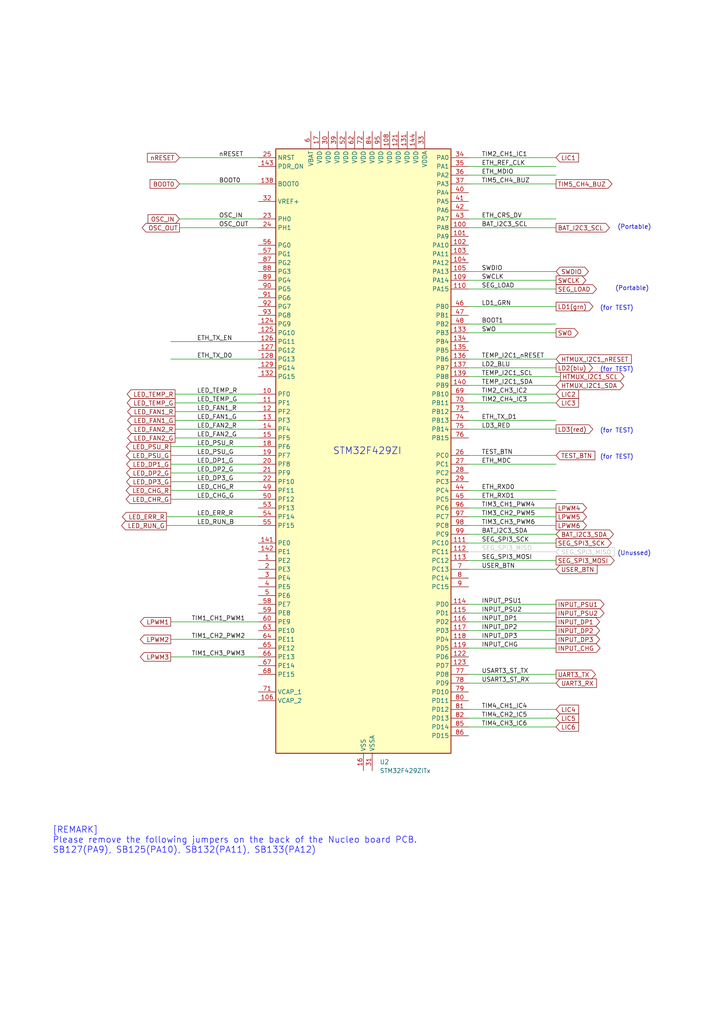
<source format=kicad_sch>
(kicad_sch (version 20230121) (generator eeschema)
  (paper "A4" portrait)
  (title_block (title "[AMDS] MCU Schematic"))
  (lib_symbols
    (symbol "MCU_ST_STM32F4:STM32F429ZITx"
      (property "Reference" "U" (at -25.4 90.17 0))
      (property "Value" "STM32F429ZITx" (at 20.32 90.17 0))
      (symbol "STM32F429ZITx_0_1"
        (rectangle (start -25.4 -86.36) (end 25.4 88.9) (stroke (width 0.254)) (fill (type background)))
      )
      (symbol "STM32F429ZITx_1_1"
        (pin bidirectional line (at -30.48 -30.48 0) (length 5.08) (name "PE2") (number "1"))
        (pin bidirectional line (at -30.48 17.78 0) (length 5.08) (name "PF0") (number "10"))
        (pin bidirectional line (at 30.48 66.04 180) (length 5.08) (name "PA8") (number "100"))
        (pin bidirectional line (at 30.48 63.5 180) (length 5.08) (name "PA9") (number "101"))
        (pin bidirectional line (at 30.48 60.96 180) (length 5.08) (name "PA10") (number "102"))
        (pin bidirectional line (at 30.48 58.42 180) (length 5.08) (name "PA11") (number "103"))
        (pin bidirectional line (at 30.48 55.88 180) (length 5.08) (name "PA12") (number "104"))
        (pin bidirectional line (at 30.48 53.34 180) (length 5.08) (name "PA13") (number "105"))
        (pin power_out line (at -30.48 -71.12 0) (length 5.08) (name "VCAP_2") (number "106"))
        (pin passive line (at 0 -91.44 90) (length 5.08) hide (name "VSS") (number "107"))
        (pin power_in line (at 7.62 93.98 270) (length 5.08) (name "VDD") (number "108"))
        (pin bidirectional line (at 30.48 50.8 180) (length 5.08) (name "PA14") (number "109"))
        (pin bidirectional line (at -30.48 15.24 0) (length 5.08) (name "PF1") (number "11"))
        (pin bidirectional line (at 30.48 48.26 180) (length 5.08) (name "PA15") (number "110"))
        (pin bidirectional line (at 30.48 -25.4 180) (length 5.08) (name "PC10") (number "111"))
        (pin bidirectional line (at 30.48 -27.94 180) (length 5.08) (name "PC11") (number "112"))
        (pin bidirectional line (at 30.48 -30.48 180) (length 5.08) (name "PC12") (number "113"))
        (pin bidirectional line (at 30.48 -43.18 180) (length 5.08) (name "PD0") (number "114"))
        (pin bidirectional line (at 30.48 -45.72 180) (length 5.08) (name "PD1") (number "115"))
        (pin bidirectional line (at 30.48 -48.26 180) (length 5.08) (name "PD2") (number "116"))
        (pin bidirectional line (at 30.48 -50.8 180) (length 5.08) (name "PD3") (number "117"))
        (pin bidirectional line (at 30.48 -53.34 180) (length 5.08) (name "PD4") (number "118"))
        (pin bidirectional line (at 30.48 -55.88 180) (length 5.08) (name "PD5") (number "119"))
        (pin bidirectional line (at -30.48 12.7 0) (length 5.08) (name "PF2") (number "12"))
        (pin passive line (at 0 -91.44 90) (length 5.08) hide (name "VSS") (number "120"))
        (pin power_in line (at 10.16 93.98 270) (length 5.08) (name "VDD") (number "121"))
        (pin bidirectional line (at 30.48 -58.42 180) (length 5.08) (name "PD6") (number "122"))
        (pin bidirectional line (at 30.48 -60.96 180) (length 5.08) (name "PD7") (number "123"))
        (pin bidirectional line (at -30.48 38.1 0) (length 5.08) (name "PG9") (number "124"))
        (pin bidirectional line (at -30.48 35.56 0) (length 5.08) (name "PG10") (number "125"))
        (pin bidirectional line (at -30.48 33.02 0) (length 5.08) (name "PG11") (number "126"))
        (pin bidirectional line (at -30.48 30.48 0) (length 5.08) (name "PG12") (number "127"))
        (pin bidirectional line (at -30.48 27.94 0) (length 5.08) (name "PG13") (number "128"))
        (pin bidirectional line (at -30.48 25.4 0) (length 5.08) (name "PG14") (number "129"))
        (pin bidirectional line (at -30.48 10.16 0) (length 5.08) (name "PF3") (number "13"))
        (pin passive line (at 0 -91.44 90) (length 5.08) hide (name "VSS") (number "130"))
        (pin power_in line (at 12.7 93.98 270) (length 5.08) (name "VDD") (number "131"))
        (pin bidirectional line (at -30.48 22.86 0) (length 5.08) (name "PG15") (number "132"))
        (pin bidirectional line (at 30.48 35.56 180) (length 5.08) (name "PB3") (number "133"))
        (pin bidirectional line (at 30.48 33.02 180) (length 5.08) (name "PB4") (number "134"))
        (pin bidirectional line (at 30.48 30.48 180) (length 5.08) (name "PB5") (number "135"))
        (pin bidirectional line (at 30.48 27.94 180) (length 5.08) (name "PB6") (number "136"))
        (pin bidirectional line (at 30.48 25.4 180) (length 5.08) (name "PB7") (number "137"))
        (pin input line (at -30.48 78.74 0) (length 5.08) (name "BOOT0") (number "138"))
        (pin bidirectional line (at 30.48 22.86 180) (length 5.08) (name "PB8") (number "139"))
        (pin bidirectional line (at -30.48 7.62 0) (length 5.08) (name "PF4") (number "14"))
        (pin bidirectional line (at 30.48 20.32 180) (length 5.08) (name "PB9") (number "140"))
        (pin bidirectional line (at -30.48 -25.4 0) (length 5.08) (name "PE0") (number "141"))
        (pin bidirectional line (at -30.48 -27.94 0) (length 5.08) (name "PE1") (number "142"))
        (pin input line (at -30.48 83.82 0) (length 5.08) (name "PDR_ON") (number "143"))
        (pin power_in line (at 15.24 93.98 270) (length 5.08) (name "VDD") (number "144"))
        (pin bidirectional line (at -30.48 5.08 0) (length 5.08) (name "PF5") (number "15"))
        (pin power_in line (at 0 -91.44 90) (length 5.08) (name "VSS") (number "16"))
        (pin power_in line (at -12.7 93.98 270) (length 5.08) (name "VDD") (number "17"))
        (pin bidirectional line (at -30.48 2.54 0) (length 5.08) (name "PF6") (number "18"))
        (pin bidirectional line (at -30.48 0 0) (length 5.08) (name "PF7") (number "19"))
        (pin bidirectional line (at -30.48 -33.02 0) (length 5.08) (name "PE3") (number "2"))
        (pin bidirectional line (at -30.48 -2.54 0) (length 5.08) (name "PF8") (number "20"))
        (pin bidirectional line (at -30.48 -5.08 0) (length 5.08) (name "PF9") (number "21"))
        (pin bidirectional line (at -30.48 -7.62 0) (length 5.08) (name "PF10") (number "22"))
        (pin bidirectional line (at -30.48 68.58 0) (length 5.08) (name "PH0") (number "23"))
        (pin bidirectional line (at -30.48 66.04 0) (length 5.08) (name "PH1") (number "24"))
        (pin input line (at -30.48 86.36 0) (length 5.08) (name "NRST") (number "25"))
        (pin bidirectional line (at 30.48 0 180) (length 5.08) (name "PC0") (number "26"))
        (pin bidirectional line (at 30.48 -2.54 180) (length 5.08) (name "PC1") (number "27"))
        (pin bidirectional line (at 30.48 -5.08 180) (length 5.08) (name "PC2") (number "28"))
        (pin bidirectional line (at 30.48 -7.62 180) (length 5.08) (name "PC3") (number "29"))
        (pin bidirectional line (at -30.48 -35.56 0) (length 5.08) (name "PE4") (number "3"))
        (pin power_in line (at -10.16 93.98 270) (length 5.08) (name "VDD") (number "30"))
        (pin power_in line (at 2.54 -91.44 90) (length 5.08) (name "VSSA") (number "31"))
        (pin input line (at -30.48 73.66 0) (length 5.08) (name "VREF+") (number "32"))
        (pin power_in line (at 17.78 93.98 270) (length 5.08) (name "VDDA") (number "33"))
        (pin bidirectional line (at 30.48 86.36 180) (length 5.08) (name "PA0") (number "34"))
        (pin bidirectional line (at 30.48 83.82 180) (length 5.08) (name "PA1") (number "35"))
        (pin bidirectional line (at 30.48 81.28 180) (length 5.08) (name "PA2") (number "36"))
        (pin bidirectional line (at 30.48 78.74 180) (length 5.08) (name "PA3") (number "37"))
        (pin passive line (at 0 -91.44 90) (length 5.08) hide (name "VSS") (number "38"))
        (pin power_in line (at -7.62 93.98 270) (length 5.08) (name "VDD") (number "39"))
        (pin bidirectional line (at -30.48 -38.1 0) (length 5.08) (name "PE5") (number "4"))
        (pin bidirectional line (at 30.48 76.2 180) (length 5.08) (name "PA4") (number "40"))
        (pin bidirectional line (at 30.48 73.66 180) (length 5.08) (name "PA5") (number "41"))
        (pin bidirectional line (at 30.48 71.12 180) (length 5.08) (name "PA6") (number "42"))
        (pin bidirectional line (at 30.48 68.58 180) (length 5.08) (name "PA7") (number "43"))
        (pin bidirectional line (at 30.48 -10.16 180) (length 5.08) (name "PC4") (number "44"))
        (pin bidirectional line (at 30.48 -12.7 180) (length 5.08) (name "PC5") (number "45"))
        (pin bidirectional line (at 30.48 43.18 180) (length 5.08) (name "PB0") (number "46"))
        (pin bidirectional line (at 30.48 40.64 180) (length 5.08) (name "PB1") (number "47"))
        (pin bidirectional line (at 30.48 38.1 180) (length 5.08) (name "PB2") (number "48"))
        (pin bidirectional line (at -30.48 -10.16 0) (length 5.08) (name "PF11") (number "49"))
        (pin bidirectional line (at -30.48 -40.64 0) (length 5.08) (name "PE6") (number "5"))
        (pin bidirectional line (at -30.48 -12.7 0) (length 5.08) (name "PF12") (number "50"))
        (pin passive line (at 0 -91.44 90) (length 5.08) hide (name "VSS") (number "51"))
        (pin power_in line (at -5.08 93.98 270) (length 5.08) (name "VDD") (number "52"))
        (pin bidirectional line (at -30.48 -15.24 0) (length 5.08) (name "PF13") (number "53"))
        (pin bidirectional line (at -30.48 -17.78 0) (length 5.08) (name "PF14") (number "54"))
        (pin bidirectional line (at -30.48 -20.32 0) (length 5.08) (name "PF15") (number "55"))
        (pin bidirectional line (at -30.48 60.96 0) (length 5.08) (name "PG0") (number "56"))
        (pin bidirectional line (at -30.48 58.42 0) (length 5.08) (name "PG1") (number "57"))
        (pin bidirectional line (at -30.48 -43.18 0) (length 5.08) (name "PE7") (number "58"))
        (pin bidirectional line (at -30.48 -45.72 0) (length 5.08) (name "PE8") (number "59"))
        (pin power_in line (at -15.24 93.98 270) (length 5.08) (name "VBAT") (number "6"))
        (pin bidirectional line (at -30.48 -48.26 0) (length 5.08) (name "PE9") (number "60"))
        (pin passive line (at 0 -91.44 90) (length 5.08) hide (name "VSS") (number "61"))
        (pin power_in line (at -2.54 93.98 270) (length 5.08) (name "VDD") (number "62"))
        (pin bidirectional line (at -30.48 -50.8 0) (length 5.08) (name "PE10") (number "63"))
        (pin bidirectional line (at -30.48 -53.34 0) (length 5.08) (name "PE11") (number "64"))
        (pin bidirectional line (at -30.48 -55.88 0) (length 5.08) (name "PE12") (number "65"))
        (pin bidirectional line (at -30.48 -58.42 0) (length 5.08) (name "PE13") (number "66"))
        (pin bidirectional line (at -30.48 -60.96 0) (length 5.08) (name "PE14") (number "67"))
        (pin bidirectional line (at -30.48 -63.5 0) (length 5.08) (name "PE15") (number "68"))
        (pin bidirectional line (at 30.48 17.78 180) (length 5.08) (name "PB10") (number "69"))
        (pin bidirectional line (at 30.48 -33.02 180) (length 5.08) (name "PC13") (number "7"))
        (pin bidirectional line (at 30.48 15.24 180) (length 5.08) (name "PB11") (number "70"))
        (pin power_out line (at -30.48 -68.58 0) (length 5.08) (name "VCAP_1") (number "71"))
        (pin power_in line (at 0 93.98 270) (length 5.08) (name "VDD") (number "72"))
        (pin bidirectional line (at 30.48 12.7 180) (length 5.08) (name "PB12") (number "73"))
        (pin bidirectional line (at 30.48 10.16 180) (length 5.08) (name "PB13") (number "74"))
        (pin bidirectional line (at 30.48 7.62 180) (length 5.08) (name "PB14") (number "75"))
        (pin bidirectional line (at 30.48 5.08 180) (length 5.08) (name "PB15") (number "76"))
        (pin bidirectional line (at 30.48 -63.5 180) (length 5.08) (name "PD8") (number "77"))
        (pin bidirectional line (at 30.48 -66.04 180) (length 5.08) (name "PD9") (number "78"))
        (pin bidirectional line (at 30.48 -68.58 180) (length 5.08) (name "PD10") (number "79"))
        (pin bidirectional line (at 30.48 -35.56 180) (length 5.08) (name "PC14") (number "8"))
        (pin bidirectional line (at 30.48 -71.12 180) (length 5.08) (name "PD11") (number "80"))
        (pin bidirectional line (at 30.48 -73.66 180) (length 5.08) (name "PD12") (number "81"))
        (pin bidirectional line (at 30.48 -76.2 180) (length 5.08) (name "PD13") (number "82"))
        (pin passive line (at 0 -91.44 90) (length 5.08) hide (name "VSS") (number "83"))
        (pin power_in line (at 2.54 93.98 270) (length 5.08) (name "VDD") (number "84"))
        (pin bidirectional line (at 30.48 -78.74 180) (length 5.08) (name "PD14") (number "85"))
        (pin bidirectional line (at 30.48 -81.28 180) (length 5.08) (name "PD15") (number "86"))
        (pin bidirectional line (at -30.48 55.88 0) (length 5.08) (name "PG2") (number "87"))
        (pin bidirectional line (at -30.48 53.34 0) (length 5.08) (name "PG3") (number "88"))
        (pin bidirectional line (at -30.48 50.8 0) (length 5.08) (name "PG4") (number "89"))
        (pin bidirectional line (at 30.48 -38.1 180) (length 5.08) (name "PC15") (number "9"))
        (pin bidirectional line (at -30.48 48.26 0) (length 5.08) (name "PG5") (number "90"))
        (pin bidirectional line (at -30.48 45.72 0) (length 5.08) (name "PG6") (number "91"))
        (pin bidirectional line (at -30.48 43.18 0) (length 5.08) (name "PG7") (number "92"))
        (pin bidirectional line (at -30.48 40.64 0) (length 5.08) (name "PG8") (number "93"))
        (pin passive line (at 0 -91.44 90) (length 5.08) hide (name "VSS") (number "94"))
        (pin power_in line (at 5.08 93.98 270) (length 5.08) (name "VDD") (number "95"))
        (pin bidirectional line (at 30.48 -15.24 180) (length 5.08) (name "PC6") (number "96"))
        (pin bidirectional line (at 30.48 -17.78 180) (length 5.08) (name "PC7") (number "97"))
        (pin bidirectional line (at 30.48 -20.32 180) (length 5.08) (name "PC8") (number "98"))
        (pin bidirectional line (at 30.48 -22.86 180) (length 5.08) (name "PC9") (number "99"))
      )
    )
  )
  (wire (pts (xy 135.89 106.68) (xy 161.29 106.68)))
  (wire (pts (xy 135.89 154.94) (xy 161.29 154.94)))
  (wire (pts (xy 49.53 144.78) (xy 74.93 144.78)))
  (wire (pts (xy 50.8 119.38) (xy 74.93 119.38)))
  (wire (pts (xy 48.26 149.86) (xy 74.93 149.86)))
  (wire (pts (xy 49.53 137.16) (xy 74.93 137.16)))
  (wire (pts (xy 50.8 121.92) (xy 74.93 121.92)))
  (wire (pts (xy 135.89 50.8) (xy 161.29 50.8)))
  (wire (pts (xy 74.93 180.34) (xy 49.53 180.34)))
  (wire (pts (xy 135.89 149.86) (xy 161.29 149.86)))
  (wire (pts (xy 135.89 198.12) (xy 161.29 198.12)))
  (wire (pts (xy 135.89 160.02) (xy 161.29 160.02)) (stroke (width 0) (color 194 194 194 1)))
  (wire (pts (xy 135.89 185.42) (xy 161.29 185.42)))
  (wire (pts (xy 135.89 88.9) (xy 161.29 88.9)))
  (wire (pts (xy 48.26 152.4) (xy 74.93 152.4)))
  (wire (pts (xy 135.89 124.46) (xy 161.29 124.46)))
  (wire (pts (xy 49.53 129.54) (xy 74.93 129.54)))
  (wire (pts (xy 135.89 147.32) (xy 161.29 147.32)))
  (wire (pts (xy 135.89 81.28) (xy 161.29 81.28)))
  (wire (pts (xy 49.53 139.7) (xy 74.93 139.7)))
  (wire (pts (xy 135.89 208.28) (xy 161.29 208.28)))
  (wire (pts (xy 135.89 205.74) (xy 161.29 205.74)))
  (wire (pts (xy 135.89 111.76) (xy 161.29 111.76)))
  (wire (pts (xy 49.53 104.14) (xy 74.93 104.14)))
  (wire (pts (xy 135.89 78.74) (xy 161.29 78.74)))
  (wire (pts (xy 50.8 114.3) (xy 74.93 114.3)))
  (wire (pts (xy 50.8 116.84) (xy 74.93 116.84)))
  (wire (pts (xy 135.89 104.14) (xy 161.29 104.14)))
  (wire (pts (xy 135.89 157.48) (xy 161.29 157.48)))
  (wire (pts (xy 135.89 83.82) (xy 161.29 83.82)))
  (wire (pts (xy 50.8 124.46) (xy 74.93 124.46)))
  (wire (pts (xy 135.89 121.92) (xy 161.29 121.92)))
  (wire (pts (xy 49.53 99.06) (xy 74.93 99.06)))
  (wire (pts (xy 135.89 144.78) (xy 161.29 144.78)))
  (wire (pts (xy 135.89 45.72) (xy 161.29 45.72)))
  (wire (pts (xy 52.07 53.34) (xy 74.93 53.34)))
  (wire (pts (xy 135.89 134.62) (xy 161.29 134.62)))
  (wire (pts (xy 135.89 142.24) (xy 161.29 142.24)))
  (wire (pts (xy 135.89 187.96) (xy 161.29 187.96)))
  (wire (pts (xy 52.07 66.04) (xy 74.93 66.04)))
  (wire (pts (xy 135.89 162.56) (xy 161.29 162.56)))
  (wire (pts (xy 135.89 53.34) (xy 161.29 53.34)))
  (wire (pts (xy 135.89 152.4) (xy 161.29 152.4)))
  (wire (pts (xy 135.89 175.26) (xy 161.29 175.26)))
  (wire (pts (xy 135.89 116.84) (xy 161.29 116.84)))
  (wire (pts (xy 135.89 93.98) (xy 161.29 93.98)))
  (wire (pts (xy 135.89 182.88) (xy 161.29 182.88)))
  (wire (pts (xy 52.07 45.72) (xy 74.93 45.72)))
  (wire (pts (xy 135.89 195.58) (xy 161.29 195.58)))
  (wire (pts (xy 135.89 114.3) (xy 161.29 114.3)))
  (wire (pts (xy 49.53 142.24) (xy 74.93 142.24)))
  (wire (pts (xy 49.53 132.08) (xy 74.93 132.08)))
  (wire (pts (xy 135.89 210.82) (xy 161.29 210.82)))
  (wire (pts (xy 135.89 109.22) (xy 162.56 109.22)))
  (wire (pts (xy 74.93 190.5) (xy 49.53 190.5)))
  (wire (pts (xy 135.89 96.52) (xy 161.29 96.52)))
  (wire (pts (xy 74.93 185.42) (xy 49.53 185.42)))
  (wire (pts (xy 135.89 180.34) (xy 161.29 180.34)))
  (wire (pts (xy 135.89 165.1) (xy 161.29 165.1)))
  (wire (pts (xy 135.89 63.5) (xy 161.29 63.5)))
  (wire (pts (xy 135.89 66.04) (xy 161.29 66.04)))
  (wire (pts (xy 135.89 132.08) (xy 161.29 132.08)))
  (wire (pts (xy 135.89 177.8) (xy 161.29 177.8)))
  (wire (pts (xy 135.89 48.26) (xy 161.29 48.26)))
  (wire (pts (xy 49.53 134.62) (xy 74.93 134.62)))
  (wire (pts (xy 52.07 63.5) (xy 74.93 63.5)))
  (wire (pts (xy 50.8 127) (xy 74.93 127)))
  (text "STM32F429ZI" (at 96.52 132.08 0) (effects (font (size 2 2)) (justify left bottom)))
  (text "(for TEST)" (at 173.99 107.95 0) (effects (font (size 1.27 1.27)) (justify left bottom)))
  (text "(Portable)" (at 178.435 84.455 0) (effects (font (size 1.27 1.27)) (justify left bottom)))
  (text "(for TEST)" (at 173.99 125.73 0) (effects (font (size 1.27 1.27)) (justify left bottom)))
  (text "[REMARK]\nPlease remove the following jumpers on the back of the Nucleo board PCB.\nSB127(PA9), SB125(PA10), SB132(PA11), SB133(PA12)" (at 15.24 247.65 0) (effects (font (size 1.8 1.8)) (justify left bottom)))
  (text "(for TEST)" (at 173.99 90.17 0) (effects (font (size 1.27 1.27)) (justify left bottom)))
  (text "(Unussed)" (at 179.07 161.29 0) (effects (font (size 1.27 1.27)) (justify left bottom)))
  (text "(Portable)" (at 179.07 66.675 0) (effects (font (size 1.27 1.27)) (justify left bottom)))
  (text "(for TEST)" (at 173.99 133.35 0) (effects (font (size 1.27 1.27)) (justify left bottom)))
  (label "ETH_MDC" (at 139.7 134.62 0))
  (label "TEST_BTN" (at 139.7 132.08 0))
  (label "SEG_SPI3_MISO" (at 139.7 160.02 0))
  (label "LED_CHG_R" (at 57.15 142.24 0))
  (label "OSC_IN" (at 63.5 63.5 0))
  (label "LED_FAN1_R" (at 57.15 119.38 0))
  (label "LED_DP2_G" (at 57.15 137.16 0))
  (label "TEMP_I2C1_SCL" (at 139.7 109.22 0))
  (label "TIM5_CH4_BUZ" (at 139.7 53.34 0))
  (label "ETH_CRS_DV" (at 139.7 63.5 0))
  (label "USART3_ST_RX" (at 139.7 198.12 0))
  (label "OSC_OUT" (at 63.5 66.04 0))
  (label "SWCLK" (at 139.7 81.28 0))
  (label "INPUT_PSU1" (at 139.7 175.26 0))
  (label "LD1_GRN" (at 139.7 88.9 0))
  (label "ETH_TX_D0" (at 57.15 104.14 0))
  (label "ETH_REF_CLK" (at 139.7 48.26 0))
  (label "LED_PSU_G" (at 57.15 132.08 0))
  (label "LED_TEMP_R" (at 57.15 114.3 0))
  (label "TIM2_CH3_IC2" (at 139.7 114.3 0))
  (label "TIM1_CH1_PWM1" (at 71.12 180.34 180))
  (label "BAT_I2C3_SCL" (at 139.7 66.04 0))
  (label "USER_BTN" (at 139.7 165.1 0))
  (label "USART3_ST_TX" (at 139.7 195.58 0))
  (label "SWO" (at 139.7 96.52 0))
  (label "SWDIO" (at 139.7 78.74 0))
  (label "INPUT_DP2" (at 139.7 182.88 0))
  (label "ETH_TX_D1" (at 139.7 121.92 0))
  (label "TEMP_I2C1_nRESET" (at 139.7 104.14 0))
  (label "LED_RUN_B" (at 57.15 152.4 0))
  (label "TIM4_CH1_IC4" (at 139.7 205.74 0))
  (label "TIM3_CH3_PWM6" (at 139.7 152.4 0))
  (label "TIM4_CH3_IC6" (at 139.7 210.82 0))
  (label "LED_PSU_R" (at 57.15 129.54 0))
  (label "INPUT_DP1" (at 139.7 180.34 0))
  (label "SEG_LOAD" (at 139.7 83.82 0))
  (label "nRESET" (at 63.5 45.72 0))
  (label "TEMP_I2C1_SDA" (at 139.7 111.76 0))
  (label "LD2_BLU" (at 139.7 106.68 0))
  (label "LED_FAN2_G" (at 57.15 127 0))
  (label "BOOT0" (at 63.5 53.34 0))
  (label "ETH_RXD0" (at 139.7 142.24 0))
  (label "INPUT_DP3" (at 139.7 185.42 0))
  (label "LED_FAN1_G" (at 57.15 121.92 0))
  (label "LED_CHG_G" (at 57.15 144.78 0))
  (label "LED_DP3_G" (at 57.15 139.7 0))
  (label "ETH_RXD1" (at 139.7 144.78 0))
  (label "LED_FAN2_R" (at 57.15 124.46 0))
  (label "BAT_I2C3_SDA" (at 139.7 154.94 0))
  (label "TIM1_CH2_PWM2" (at 71.12 185.42 180))
  (label "ETH_MDIO" (at 139.7 50.8 0))
  (label "INPUT_PSU2" (at 139.7 177.8 0))
  (label "TIM2_CH1_IC1" (at 139.7 45.72 0))
  (label "BOOT1" (at 139.7 93.98 0))
  (label "LED_DP1_G" (at 57.15 134.62 0))
  (label "TIM1_CH3_PWM3" (at 71.12 190.5 180))
  (label "LD3_RED" (at 139.7 124.46 0))
  (label "LED_ERR_R" (at 57.15 149.86 0))
  (label "TIM3_CH1_PWM4" (at 139.7 147.32 0))
  (label "INPUT_CHG" (at 139.7 187.96 0))
  (label "SEG_SPI3_SCK" (at 139.7 157.48 0))
  (label "TIM4_CH2_IC5" (at 139.7 208.28 0))
  (label "TIM3_CH2_PWM5" (at 139.7 149.86 0))
  (label "ETH_TX_EN" (at 57.15 99.06 0))
  (label "LED_TEMP_G" (at 57.15 116.84 0))
  (label "SEG_SPI3_MOSI" (at 139.7 162.56 0))
  (label "TIM2_CH4_IC3" (at 139.7 116.84 0))
  (global_label "LIC5" (shape input) (at 161.29 208.28 0) (property "Intersheetrefs" "${INTERSHEET_REFS}" (effects hide)))
  (global_label "LED_TEMP_G" (shape output) (at 50.8 116.84 180) (property "Intersheetrefs" "${INTERSHEET_REFS}" (effects hide)))
  (global_label "INPUT_DP3" (shape output) (at 161.29 185.42 0) (property "Intersheetrefs" "${INTERSHEET_REFS}" (effects hide)))
  (global_label "LED_DP3_G" (shape output) (at 49.53 139.7 180) (property "Intersheetrefs" "${INTERSHEET_REFS}" (effects hide)))
  (global_label "SWCLK" (shape output) (at 161.29 81.28 0) (property "Intersheetrefs" "${INTERSHEET_REFS}" (effects hide)))
  (global_label "INPUT_CHG" (shape output) (at 161.29 187.96 0) (property "Intersheetrefs" "${INTERSHEET_REFS}" (effects hide)))
  (global_label "HTMUX_I2C1_nRESET" (shape input) (at 161.29 104.14 0) (property "Intersheetrefs" "${INTERSHEET_REFS}" (effects hide)))
  (global_label "LED_FAN2_G" (shape output) (at 50.8 127 180) (property "Intersheetrefs" "${INTERSHEET_REFS}" (effects hide)))
  (global_label "LED_DP1_G" (shape output) (at 49.53 134.62 180) (property "Intersheetrefs" "${INTERSHEET_REFS}" (effects hide)))
  (global_label "OSC_IN" (shape input) (at 52.07 63.5 180) (property "Intersheetrefs" "${INTERSHEET_REFS}" (effects hide)))
  (global_label "LED_PSU_G" (shape output) (at 49.53 132.08 180) (property "Intersheetrefs" "${INTERSHEET_REFS}" (effects hide)))
  (global_label "TIM5_CH4_BUZ" (shape output) (at 161.29 53.34 0) (property "Intersheetrefs" "${INTERSHEET_REFS}" (effects hide)))
  (global_label "LED_FAN1_G" (shape output) (at 50.8 121.92 180) (property "Intersheetrefs" "${INTERSHEET_REFS}" (effects hide)))
  (global_label "LED_FAN2_R" (shape output) (at 50.8 124.46 180) (property "Intersheetrefs" "${INTERSHEET_REFS}" (effects hide)))
  (global_label "SEG_LOAD" (shape output) (at 161.29 83.82 0) (property "Intersheetrefs" "${INTERSHEET_REFS}" (effects hide)))
  (global_label "SEG_SPI3_MISO" (shape input) (at 161.29 160.02 0) (property "Intersheetrefs" "${INTERSHEET_REFS}" (effects hide)))
  (global_label "INPUT_DP2" (shape output) (at 161.29 182.88 0) (property "Intersheetrefs" "${INTERSHEET_REFS}" (effects hide)))
  (global_label "SEG_SPI3_SCK" (shape output) (at 161.29 157.48 0) (property "Intersheetrefs" "${INTERSHEET_REFS}" (effects hide)))
  (global_label "LIC4" (shape input) (at 161.29 205.74 0) (property "Intersheetrefs" "${INTERSHEET_REFS}" (effects hide)))
  (global_label "LPWM4" (shape output) (at 161.29 147.32 0) (property "Intersheetrefs" "${INTERSHEET_REFS}" (effects hide)))
  (global_label "BOOT0" (shape input) (at 52.07 53.34 180) (property "Intersheetrefs" "${INTERSHEET_REFS}" (effects hide)))
  (global_label "LPWM3" (shape output) (at 49.53 190.5 180) (property "Intersheetrefs" "${INTERSHEET_REFS}" (effects hide)))
  (global_label "LD3(red)" (shape output) (at 161.29 124.46 0) (property "Intersheetrefs" "${INTERSHEET_REFS}" (effects hide)))
  (global_label "USER_BTN" (shape input) (at 161.29 165.1 0) (property "Intersheetrefs" "${INTERSHEET_REFS}" (effects hide)))
  (global_label "SEG_SPI3_MOSI" (shape output) (at 161.29 162.56 0) (property "Intersheetrefs" "${INTERSHEET_REFS}" (effects hide)))
  (global_label "INPUT_PSU2" (shape output) (at 161.29 177.8 0) (property "Intersheetrefs" "${INTERSHEET_REFS}" (effects hide)))
  (global_label "LD2(blu)" (shape output) (at 161.29 106.68 0) (property "Intersheetrefs" "${INTERSHEET_REFS}" (effects hide)))
  (global_label "UART3_TX" (shape output) (at 161.29 195.58 0) (property "Intersheetrefs" "${INTERSHEET_REFS}" (effects hide)))
  (global_label "LPWM5" (shape output) (at 161.29 149.86 0) (property "Intersheetrefs" "${INTERSHEET_REFS}" (effects hide)))
  (global_label "LED_FAN1_R" (shape output) (at 50.8 119.38 180) (property "Intersheetrefs" "${INTERSHEET_REFS}" (effects hide)))
  (global_label "OSC_OUT" (shape output) (at 52.07 66.04 180) (property "Intersheetrefs" "${INTERSHEET_REFS}" (effects hide)))
  (global_label "HTMUX_I2C1_SCL" (shape output) (at 162.56 109.22 0) (property "Intersheetrefs" "${INTERSHEET_REFS}" (effects hide)))
  (global_label "INPUT_DP1" (shape output) (at 161.29 180.34 0) (property "Intersheetrefs" "${INTERSHEET_REFS}" (effects hide)))
  (global_label "LED_RUN_G" (shape output) (at 48.26 152.4 180) (property "Intersheetrefs" "${INTERSHEET_REFS}" (effects hide)))
  (global_label "LED_CHG_R" (shape output) (at 49.53 142.24 180) (property "Intersheetrefs" "${INTERSHEET_REFS}" (effects hide)))
  (global_label "LD1(grn)" (shape output) (at 161.29 88.9 0) (property "Intersheetrefs" "${INTERSHEET_REFS}" (effects hide)))
  (global_label "LPWM6" (shape output) (at 161.29 152.4 0) (property "Intersheetrefs" "${INTERSHEET_REFS}" (effects hide)))
  (global_label "SWO" (shape output) (at 161.29 96.52 0) (property "Intersheetrefs" "${INTERSHEET_REFS}" (effects hide)))
  (global_label "nRESET" (shape input) (at 52.07 45.72 180) (property "Intersheetrefs" "${INTERSHEET_REFS}" (effects hide)))
  (global_label "LED_CHR_G" (shape output) (at 49.53 144.78 180) (property "Intersheetrefs" "${INTERSHEET_REFS}" (effects hide)))
  (global_label "LIC6" (shape input) (at 161.29 210.82 0) (property "Intersheetrefs" "${INTERSHEET_REFS}" (effects hide)))
  (global_label "LED_ERR_R" (shape output) (at 48.26 149.86 180) (property "Intersheetrefs" "${INTERSHEET_REFS}" (effects hide)))
  (global_label "LED_DP2_G" (shape output) (at 49.53 137.16 180) (property "Intersheetrefs" "${INTERSHEET_REFS}" (effects hide)))
  (global_label "HTMUX_I2C1_SDA" (shape bidirectional) (at 161.29 111.76 0) (property "Intersheetrefs" "${INTERSHEET_REFS}" (effects hide)))
  (global_label "LIC3" (shape input) (at 161.29 116.84 0) (property "Intersheetrefs" "${INTERSHEET_REFS}" (effects hide)))
  (global_label "TEST_BTN" (shape input) (at 161.29 132.08 0) (property "Intersheetrefs" "${INTERSHEET_REFS}" (effects hide)))
  (global_label "LIC1" (shape input) (at 161.29 45.72 0) (property "Intersheetrefs" "${INTERSHEET_REFS}" (effects hide)))
  (global_label "LPWM1" (shape output) (at 49.53 180.34 180) (property "Intersheetrefs" "${INTERSHEET_REFS}" (effects hide)))
  (global_label "INPUT_PSU1" (shape output) (at 161.29 175.26 0) (property "Intersheetrefs" "${INTERSHEET_REFS}" (effects hide)))
  (global_label "LED_TEMP_R" (shape output) (at 50.8 114.3 180) (property "Intersheetrefs" "${INTERSHEET_REFS}" (effects hide)))
  (global_label "UART3_RX" (shape input) (at 161.29 198.12 0) (property "Intersheetrefs" "${INTERSHEET_REFS}" (effects hide)))
  (global_label "LIC2" (shape input) (at 161.29 114.3 0) (property "Intersheetrefs" "${INTERSHEET_REFS}" (effects hide)))
  (global_label "LPWM2" (shape output) (at 49.53 185.42 180) (property "Intersheetrefs" "${INTERSHEET_REFS}" (effects hide)))
  (global_label "BAT_I2C3_SDA" (shape bidirectional) (at 161.29 154.94 0) (property "Intersheetrefs" "${INTERSHEET_REFS}" (effects hide)))
  (global_label "LED_PSU_R" (shape output) (at 49.53 129.54 180) (property "Intersheetrefs" "${INTERSHEET_REFS}" (effects hide)))
  (global_label "BAT_I2C3_SCL" (shape output) (at 161.29 66.04 0) (property "Intersheetrefs" "${INTERSHEET_REFS}" (effects hide)))
  (global_label "SWDIO" (shape bidirectional) (at 161.29 78.74 0) (property "Intersheetrefs" "${INTERSHEET_REFS}" (effects hide)))
  (symbol (lib_id "MCU_ST_STM32F4:STM32F429ZITx") (at 105.41 132.08 0) (unit 1)
    (property "Reference" "U2" (at 110.1441 220.98 0) (effects (justify left)))
    (property "Value" "STM32F429ZITx" (at 110.1441 223.52 0) (effects (justify left)))
    (property "Footprint" "Package_QFP:LQFP-144_20x20mm_P0.5mm" (effects hide))
    (property "Datasheet" "https://www.st.com/resource/en/datasheet/stm32f429zi.pdf" (effects hide))
  )
)
</source>
